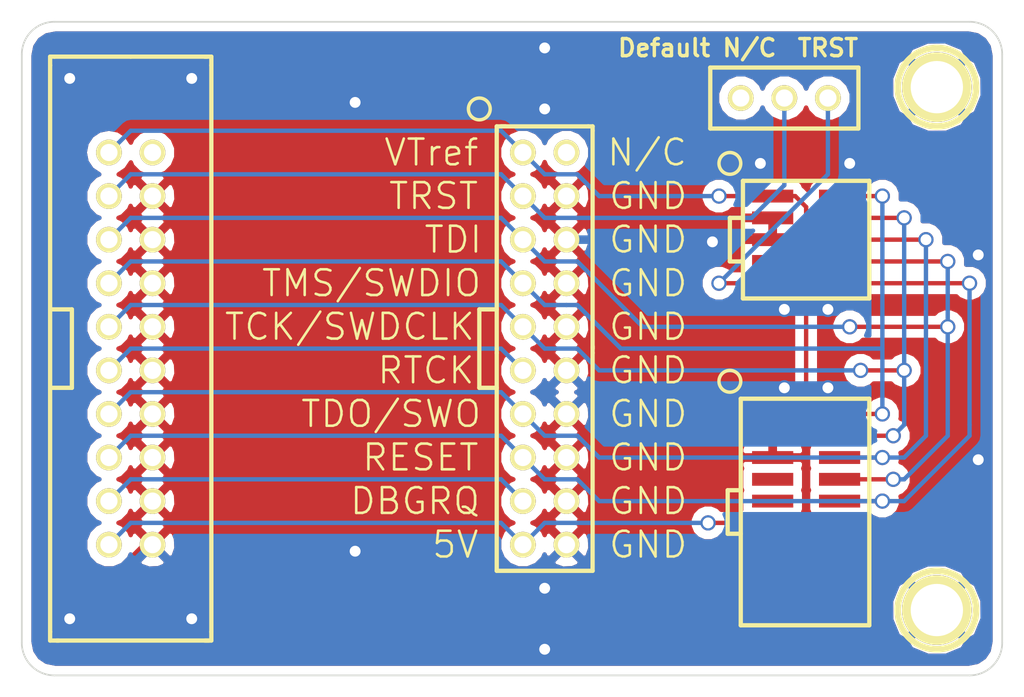
<source format=kicad_pcb>
(kicad_pcb (version 3) (host pcbnew "(2013-may-18)-stable")
  (layers (15 F.Cu signal) (0 B.Cu signal) (18 B.Paste user) (19 F.Paste user) (20 B.SilkS user) (21 F.SilkS user) (22 B.Mask user) (23 F.Mask user) (28 Edge.Cuts user))
  (net 0 "")
  (net 1 5V-Supply)
  (net 2 DBGRQ)
  (net 3 GND)
  (net 4 KEY_Pin)
  (net 5 N-0000012)
  (net 6 RESET)
  (net 7 RTCK)
  (net 8 TCK/SWDCLK)
  (net 9 TDI)
  (net 10 TDO/SWO)
  (net 11 TMS/SWDIO)
  (net 12 TRST)
  (net 13 VTref)
  (module 3P_Jumper (layer F.Cu) (at 104.14 41.275 270)
    (fp_text reference Jumper1 hide)
    (fp_text value CONN_3 hide)
    (fp_line (start 1.778 -2.54) (end 1.778 4.318) (layer F.SilkS) (width 0.25))
    (fp_line (start 1.778 4.318) (end -1.778 4.318) (layer F.SilkS) (width 0.25))
    (fp_line (start -1.778 4.318) (end -1.778 -4.318) (layer F.SilkS) (width 0.25))
    (fp_line (start -1.778 -4.318) (end 1.778 -4.318) (layer F.SilkS) (width 0.25))
    (fp_line (start 1.778 -4.318) (end 1.778 -2.54) (layer F.SilkS) (width 0.25))
    (pad 1 thru_hole circle (at 0 -2.54 270) (size 1.5 1.5) (drill 1) (layers *.Cu *.Mask F.SilkS) (net 5 N-0000012))
    (pad 2 thru_hole circle (at 0 0 270) (size 1.5 1.5) (drill 1) (layers *.Cu *.Mask F.SilkS) (net 12 TRST))
    (pad 3 thru_hole circle (at 0 2.54 270) (size 1.5 1.5) (drill 1) (layers *.Cu *.Mask F.SilkS))
  )
  (module 2x5_9P_50mil_smd (layer F.Cu) (at 105.41 49.53)
    (fp_text reference U2 hide)
    (fp_text value CONN_5X2 hide)
    (fp_line (start -3.81 -1.27) (end -4.445 -1.27) (layer F.SilkS) (width 0.25))
    (fp_line (start -4.445 -1.27) (end -4.445 1.27) (layer F.SilkS) (width 0.25))
    (fp_line (start -4.445 1.27) (end -3.81 1.27) (layer F.SilkS) (width 0.25))
    (fp_line (start 3.683 3.429) (end -3.683 3.429) (layer F.SilkS) (width 0.25))
    (fp_line (start 3.683 -3.429) (end -3.683 -3.429) (layer F.SilkS) (width 0.25))
    (fp_line (start -3.683 3.429) (end -3.683 -3.429) (layer F.SilkS) (width 0.25))
    (fp_line (start 3.683 -3.429) (end 3.683 3.429) (layer F.SilkS) (width 0.25))
    (pad 1 smd rect (at -1.95 -2.54) (size 2.4 0.75) (layers F.Cu F.Paste F.Mask) (net 13 VTref))
    (pad 2 smd rect (at 1.95 -2.54) (size 2.4 0.75) (layers F.Cu F.Paste F.Mask) (net 11 TMS/SWDIO))
    (pad 3 smd rect (at -1.95 -1.27) (size 2.4 0.75) (layers F.Cu F.Paste F.Mask) (net 3 GND))
    (pad 4 smd rect (at 1.95 -1.27) (size 2.4 0.75) (layers F.Cu F.Paste F.Mask) (net 8 TCK/SWDCLK))
    (pad 5 smd rect (at -1.95 0) (size 2.4 0.75) (layers F.Cu F.Paste F.Mask) (net 3 GND))
    (pad 6 smd rect (at 1.95 0) (size 2.4 0.75) (layers F.Cu F.Paste F.Mask) (net 10 TDO/SWO))
    (pad 7 smd rect (at -1.95 1.27) (size 2.4 0.75) (layers F.Cu F.Paste F.Mask) (net 4 KEY_Pin))
    (pad 8 smd rect (at 1.95 1.27) (size 2.4 0.75) (layers F.Cu F.Paste F.Mask) (net 9 TDI))
    (pad 9 smd rect (at -1.95 2.54) (size 2.4 0.75) (layers F.Cu F.Paste F.Mask) (net 5 N-0000012))
    (pad 10 smd rect (at 1.95 2.54) (size 2.4 0.75) (layers F.Cu F.Paste F.Mask) (net 6 RESET))
  )
  (module 2x10_JTAG_SWD_labeled (layer F.Cu) (at 90.17 55.88)
    (fp_text reference U5 hide)
    (fp_text value CONN_10X2 hide)
    (fp_line (start -2.794 -2.286) (end -3.81 -2.286) (layer F.SilkS) (width 0.25))
    (fp_line (start -3.81 -2.286) (end -3.81 2.286) (layer F.SilkS) (width 0.25))
    (fp_line (start -3.81 2.286) (end -2.794 2.286) (layer F.SilkS) (width 0.25))
    (fp_text user GND (at 6.0325 8.89) (layer F.SilkS) (effects (font (size 1.5 1.5))))
    (fp_text user GND (at 6.0325 6.35) (layer F.SilkS) (effects (font (size 1.5 1.5))))
    (fp_text user GND (at 6.0325 3.81) (layer F.SilkS) (effects (font (size 1.5 1.5))))
    (fp_text user GND (at 6.0325 11.43) (layer F.SilkS) (effects (font (size 1.5 1.5))))
    (fp_text user GND (at 6.0325 -1.27) (layer F.SilkS) (effects (font (size 1.5 1.5))))
    (fp_text user GND (at 6.0325 -3.81) (layer F.SilkS) (effects (font (size 1.5 1.5))))
    (fp_text user GND (at 6.0325 -6.35) (layer F.SilkS) (effects (font (size 1.5 1.5))))
    (fp_text user GND (at 6.0325 -8.89) (layer F.SilkS) (effects (font (size 1.5 1.5))))
    (fp_text user GND (at 6.0325 1.27) (layer F.SilkS) (effects (font (size 1.5 1.5))))
    (fp_text user N/C (at 5.969 -11.43) (layer F.SilkS) (effects (font (size 1.5 1.5))))
    (fp_text user 5V (at -5.207 11.43) (layer F.SilkS) (effects (font (size 1.5 1.5))))
    (fp_text user DBGRQ (at -7.5565 8.89) (layer F.SilkS) (effects (font (size 1.5 1.5))))
    (fp_text user RESET (at -7.239 6.35) (layer F.SilkS) (effects (font (size 1.5 1.5))))
    (fp_text user TDO/SWO (at -8.9535 3.81) (layer F.SilkS) (effects (font (size 1.5 1.5))))
    (fp_text user RTCK (at -6.9215 1.27) (layer F.SilkS) (effects (font (size 1.5 1.5))))
    (fp_text user TCK/SWDCLK (at -11.3665 -1.27) (layer F.SilkS) (effects (font (size 1.5 1.5))))
    (fp_text user TMS/SWDIO (at -10.0965 -3.81) (layer F.SilkS) (effects (font (size 1.5 1.5))))
    (fp_text user TDI (at -5.334 -6.35) (layer F.SilkS) (effects (font (size 1.5 1.5))))
    (fp_text user TRST (at -6.477 -8.89) (layer F.SilkS) (effects (font (size 1.5 1.5))))
    (fp_text user VTref (at -6.604 -11.43) (layer F.SilkS) (effects (font (size 1.5 1.5))))
    (fp_line (start 2.794 12.954) (end -2.794 12.954) (layer F.SilkS) (width 0.25))
    (fp_line (start 2.794 0.254) (end 2.794 12.954) (layer F.SilkS) (width 0.25))
    (fp_line (start -2.794 0.254) (end -2.794 12.954) (layer F.SilkS) (width 0.25))
    (fp_line (start -2.794 -12.7) (end -2.794 -12.954) (layer F.SilkS) (width 0.25))
    (fp_line (start -2.794 -12.954) (end -2.286 -12.954) (layer F.SilkS) (width 0.25))
    (fp_line (start 2.54 -12.954) (end 2.794 -12.954) (layer F.SilkS) (width 0.25))
    (fp_line (start 2.794 -12.954) (end 2.794 -12.7) (layer F.SilkS) (width 0.25))
    (fp_line (start 2.794 0.254) (end 2.794 -0.127) (layer F.SilkS) (width 0.25))
    (fp_line (start -2.794 0) (end -2.794 0.254) (layer F.SilkS) (width 0.25))
    (fp_line (start 2.794 0) (end 2.794 -12.7) (layer F.SilkS) (width 0.25))
    (fp_line (start 2.54 -12.954) (end -2.54 -12.954) (layer F.SilkS) (width 0.25))
    (fp_line (start -2.794 -12.7) (end -2.794 0) (layer F.SilkS) (width 0.25))
    (pad 1 thru_hole circle (at -1.27 -11.43 270) (size 1.5 1.5) (drill 1) (layers *.Cu *.Mask F.SilkS) (net 13 VTref))
    (pad 2 thru_hole circle (at 1.27 -11.43 270) (size 1.5 1.5) (drill 1) (layers *.Cu *.Mask F.SilkS))
    (pad 3 thru_hole circle (at -1.27 -8.89 270) (size 1.5 1.5) (drill 1) (layers *.Cu *.Mask F.SilkS) (net 12 TRST))
    (pad 4 thru_hole circle (at 1.27 -8.89 270) (size 1.5 1.5) (drill 1) (layers *.Cu *.Mask F.SilkS) (net 3 GND))
    (pad 5 thru_hole circle (at -1.27 -6.35 270) (size 1.5 1.5) (drill 1) (layers *.Cu *.Mask F.SilkS) (net 9 TDI))
    (pad 6 thru_hole circle (at 1.27 -6.35 270) (size 1.5 1.5) (drill 1) (layers *.Cu *.Mask F.SilkS) (net 3 GND))
    (pad 7 thru_hole circle (at -1.27 -3.81 270) (size 1.5 1.5) (drill 1) (layers *.Cu *.Mask F.SilkS) (net 11 TMS/SWDIO))
    (pad 8 thru_hole circle (at 1.27 -3.81 270) (size 1.5 1.5) (drill 1) (layers *.Cu *.Mask F.SilkS) (net 3 GND))
    (pad 9 thru_hole circle (at -1.27 -1.27 270) (size 1.5 1.5) (drill 1) (layers *.Cu *.Mask F.SilkS) (net 8 TCK/SWDCLK))
    (pad 10 thru_hole circle (at 1.27 -1.27 270) (size 1.5 1.5) (drill 1) (layers *.Cu *.Mask F.SilkS) (net 3 GND))
    (pad 11 thru_hole circle (at -1.27 1.27 270) (size 1.5 1.5) (drill 1) (layers *.Cu *.Mask F.SilkS) (net 7 RTCK))
    (pad 12 thru_hole circle (at 1.27 1.27 270) (size 1.5 1.5) (drill 1) (layers *.Cu *.Mask F.SilkS) (net 3 GND))
    (pad 13 thru_hole circle (at -1.27 3.81 270) (size 1.5 1.5) (drill 1) (layers *.Cu *.Mask F.SilkS) (net 10 TDO/SWO))
    (pad 14 thru_hole circle (at 1.27 3.81 270) (size 1.5 1.5) (drill 1) (layers *.Cu *.Mask F.SilkS) (net 3 GND))
    (pad 15 thru_hole circle (at -1.27 6.35 270) (size 1.5 1.5) (drill 1) (layers *.Cu *.Mask F.SilkS) (net 6 RESET))
    (pad 16 thru_hole circle (at 1.27 6.35 270) (size 1.5 1.5) (drill 1) (layers *.Cu *.Mask F.SilkS) (net 3 GND))
    (pad 17 thru_hole circle (at -1.27 8.89 270) (size 1.5 1.5) (drill 1) (layers *.Cu *.Mask F.SilkS) (net 2 DBGRQ))
    (pad 18 thru_hole circle (at 1.27 8.89 270) (size 1.5 1.5) (drill 1) (layers *.Cu *.Mask F.SilkS) (net 3 GND))
    (pad 19 thru_hole circle (at -1.27 11.43 270) (size 1.5 1.5) (drill 1) (layers *.Cu *.Mask F.SilkS) (net 1 5V-Supply))
    (pad 20 thru_hole circle (at 1.27 11.43 270) (size 1.5 1.5) (drill 1) (layers *.Cu *.Mask F.SilkS) (net 3 GND))
  )
  (module 2x10_JTAG_shrouded (layer F.Cu) (at 66.04 55.88)
    (fp_text reference U3 hide)
    (fp_text value CONN_10X2 hide)
    (fp_line (start -4.699 -2.286) (end -3.429 -2.286) (layer F.SilkS) (width 0.25))
    (fp_line (start -3.429 -2.286) (end -3.429 2.286) (layer F.SilkS) (width 0.25))
    (fp_line (start -3.429 2.286) (end -4.699 2.286) (layer F.SilkS) (width 0.25))
    (fp_line (start -4.699 16.51) (end -4.699 17.018) (layer F.SilkS) (width 0.25))
    (fp_line (start -4.699 17.018) (end -4.191 17.018) (layer F.SilkS) (width 0.25))
    (fp_line (start 4.699 16.51) (end 4.699 17.018) (layer F.SilkS) (width 0.25))
    (fp_line (start 4.699 17.018) (end 4.318 17.018) (layer F.SilkS) (width 0.25))
    (fp_line (start -4.699 -16.51) (end -4.699 -17.018) (layer F.SilkS) (width 0.25))
    (fp_line (start -4.699 -17.018) (end -4.445 -17.018) (layer F.SilkS) (width 0.25))
    (fp_line (start 4.318 -17.018) (end 4.699 -17.018) (layer F.SilkS) (width 0.25))
    (fp_line (start 4.699 -17.018) (end 4.699 -16.51) (layer F.SilkS) (width 0.25))
    (fp_line (start 0 -17.018) (end 4.445 -17.018) (layer F.SilkS) (width 0.25))
    (fp_line (start 4.699 -16.51) (end 4.699 16.51) (layer F.SilkS) (width 0.25))
    (fp_line (start 4.572 17.018) (end -4.318 17.018) (layer F.SilkS) (width 0.25))
    (fp_line (start -4.699 16.51) (end -4.699 -16.51) (layer F.SilkS) (width 0.25))
    (fp_line (start -4.445 -17.018) (end 0 -17.018) (layer F.SilkS) (width 0.25))
    (pad 1 thru_hole oval (at -1.27 -11.43) (size 1.5 1.5) (drill 1) (layers *.Cu *.Mask F.SilkS) (net 13 VTref))
    (pad 2 thru_hole circle (at 1.27 -11.43 270) (size 1.5 1.5) (drill 1) (layers *.Cu *.Mask F.SilkS))
    (pad 3 thru_hole circle (at -1.27 -8.89 270) (size 1.5 1.5) (drill 1) (layers *.Cu *.Mask F.SilkS) (net 12 TRST))
    (pad 4 thru_hole circle (at 1.27 -8.89 270) (size 1.5 1.5) (drill 1) (layers *.Cu *.Mask F.SilkS) (net 3 GND))
    (pad 5 thru_hole circle (at -1.27 -6.35 270) (size 1.5 1.5) (drill 1) (layers *.Cu *.Mask F.SilkS) (net 9 TDI))
    (pad 6 thru_hole circle (at 1.27 -6.35 270) (size 1.5 1.5) (drill 1) (layers *.Cu *.Mask F.SilkS) (net 3 GND))
    (pad 7 thru_hole circle (at -1.27 -3.81 270) (size 1.5 1.5) (drill 1) (layers *.Cu *.Mask F.SilkS) (net 11 TMS/SWDIO))
    (pad 8 thru_hole circle (at 1.27 -3.81 270) (size 1.5 1.5) (drill 1) (layers *.Cu *.Mask F.SilkS) (net 3 GND))
    (pad 9 thru_hole circle (at -1.27 -1.27 270) (size 1.5 1.5) (drill 1) (layers *.Cu *.Mask F.SilkS) (net 8 TCK/SWDCLK))
    (pad 10 thru_hole circle (at 1.27 -1.27 270) (size 1.5 1.5) (drill 1) (layers *.Cu *.Mask F.SilkS) (net 3 GND))
    (pad 11 thru_hole circle (at -1.27 1.27 270) (size 1.5 1.5) (drill 1) (layers *.Cu *.Mask F.SilkS) (net 7 RTCK))
    (pad 12 thru_hole circle (at 1.27 1.27 270) (size 1.5 1.5) (drill 1) (layers *.Cu *.Mask F.SilkS) (net 3 GND))
    (pad 13 thru_hole circle (at -1.27 3.81 270) (size 1.5 1.5) (drill 1) (layers *.Cu *.Mask F.SilkS) (net 10 TDO/SWO))
    (pad 14 thru_hole circle (at 1.27 3.81 270) (size 1.5 1.5) (drill 1) (layers *.Cu *.Mask F.SilkS) (net 3 GND))
    (pad 15 thru_hole circle (at -1.27 6.35 270) (size 1.5 1.5) (drill 1) (layers *.Cu *.Mask F.SilkS) (net 6 RESET))
    (pad 16 thru_hole circle (at 1.27 6.35 270) (size 1.5 1.5) (drill 1) (layers *.Cu *.Mask F.SilkS) (net 3 GND))
    (pad 17 thru_hole circle (at -1.27 8.89 270) (size 1.5 1.5) (drill 1) (layers *.Cu *.Mask F.SilkS) (net 2 DBGRQ))
    (pad 18 thru_hole circle (at 1.27 8.89 270) (size 1.5 1.5) (drill 1) (layers *.Cu *.Mask F.SilkS) (net 3 GND))
    (pad 19 thru_hole circle (at -1.27 11.43 270) (size 1.5 1.5) (drill 1) (layers *.Cu *.Mask F.SilkS) (net 1 5V-Supply))
    (pad 20 thru_hole circle (at 1.27 11.43 270) (size 1.5 1.5) (drill 1) (layers *.Cu *.Mask F.SilkS) (net 3 GND))
  )
  (module 2x10_19P_50mil_smd (layer F.Cu) (at 105.41 65.405)
    (fp_text reference U4 hide)
    (fp_text value CONN_10X2 hide)
    (fp_line (start -3.81 -1.27) (end -4.572 -1.27) (layer F.SilkS) (width 0.25))
    (fp_line (start -4.572 -1.27) (end -4.572 1.27) (layer F.SilkS) (width 0.25))
    (fp_line (start -4.572 1.27) (end -3.81 1.27) (layer F.SilkS) (width 0.25))
    (fp_line (start 3.683 -6.604) (end 3.683 6.604) (layer F.SilkS) (width 0.25))
    (fp_line (start 3.683 6.604) (end -3.81 6.604) (layer F.SilkS) (width 0.25))
    (fp_line (start -3.81 6.604) (end -3.81 -6.604) (layer F.SilkS) (width 0.25))
    (fp_line (start -3.81 -6.604) (end 3.683 -6.604) (layer F.SilkS) (width 0.25))
    (pad 1 smd rect (at -1.95 -5.715) (size 2.4 0.75) (layers F.Cu F.Paste F.Mask) (net 13 VTref))
    (pad 2 smd rect (at 1.95 -5.715) (size 2.4 0.75) (layers F.Cu F.Paste F.Mask) (net 11 TMS/SWDIO))
    (pad 3 smd rect (at -1.95 -4.445) (size 2.4 0.75) (layers F.Cu F.Paste F.Mask) (net 3 GND))
    (pad 4 smd rect (at 1.95 -4.445) (size 2.4 0.75) (layers F.Cu F.Paste F.Mask) (net 8 TCK/SWDCLK))
    (pad 5 smd rect (at -1.95 -3.175) (size 2.4 0.75) (layers F.Cu F.Paste F.Mask) (net 3 GND))
    (pad 6 smd rect (at 1.95 -3.175) (size 2.4 0.75) (layers F.Cu F.Paste F.Mask) (net 10 TDO/SWO))
    (pad 7 smd rect (at -1.95 -1.905) (size 2.4 0.75) (layers F.Cu F.Paste F.Mask) (net 4 KEY_Pin))
    (pad 8 smd rect (at 1.95 -1.905) (size 2.4 0.75) (layers F.Cu F.Paste F.Mask) (net 9 TDI))
    (pad 9 smd rect (at -1.95 -0.635) (size 2.4 0.75) (layers F.Cu F.Paste F.Mask))
    (pad 10 smd rect (at 1.95 -0.635) (size 2.4 0.75) (layers F.Cu F.Paste F.Mask) (net 6 RESET))
    (pad 11 smd rect (at -1.95 0.635) (size 2.4 0.75) (layers F.Cu F.Paste F.Mask) (net 1 5V-Supply))
    (pad 12 smd rect (at 1.95 0.635) (size 2.4 0.75) (layers F.Cu F.Paste F.Mask))
    (pad 13 smd rect (at -1.95 1.905) (size 2.4 0.75) (layers F.Cu F.Paste F.Mask) (net 1 5V-Supply))
    (pad 14 smd rect (at 1.95 1.905) (size 2.4 0.75) (layers F.Cu F.Paste F.Mask))
    (pad 15 smd rect (at -1.95 3.175) (size 2.4 0.75) (layers F.Cu F.Paste F.Mask) (net 3 GND))
    (pad 16 smd rect (at 1.95 3.175) (size 2.4 0.75) (layers F.Cu F.Paste F.Mask))
    (pad 17 smd rect (at -1.95 4.445) (size 2.4 0.75) (layers F.Cu F.Paste F.Mask) (net 3 GND))
    (pad 18 smd rect (at 1.95 4.445) (size 2.4 0.75) (layers F.Cu F.Paste F.Mask))
    (pad 19 smd rect (at -1.95 5.715) (size 2.4 0.75) (layers F.Cu F.Paste F.Mask) (net 3 GND))
    (pad 20 smd rect (at 1.95 5.715) (size 2.4 0.75) (layers F.Cu F.Paste F.Mask))
  )
  (module 1pin (layer F.Cu) (at 113.03 40.64)
    (fp_text reference 1PIN hide)
    (fp_text value P*** hide)
    (fp_circle (center 0 0) (end 0 -2.286) (layer F.SilkS) (width 0.381))
    (pad 1 thru_hole circle (at 0 0) (size 4.064 4.064) (drill 3.048) (layers *.Cu *.Mask F.SilkS) (net 3 GND))
  )
  (module 1pin (layer F.Cu) (at 113.03 71.12)
    (fp_text reference 1PIN hide)
    (fp_text value P*** hide)
    (fp_circle (center 0 0) (end 0 -2.286) (layer F.SilkS) (width 0.381))
    (pad 1 thru_hole circle (at 0 0) (size 4.064 4.064) (drill 3.048) (layers *.Cu *.Mask F.SilkS) (net 3 GND))
  )
  (gr_text TRST (at 106.68 38.354) (layer F.SilkS) (effects (font (size 1 1) (thickness 0.2))))
  (gr_text "Default N/C" (at 99.06 38.354) (layer F.SilkS) (effects (font (size 1 1) (thickness 0.2))))
  (gr_circle (center 100.965 57.785) (end 101.6 57.785) (layer F.SilkS) (width 0.2))
  (gr_circle (center 100.965 45.085) (end 101.6 45.085) (layer F.SilkS) (width 0.2))
  (gr_circle (center 86.36 41.91) (end 86.995 41.91) (layer F.SilkS) (width 0.2))
  (gr_arc (start 114.935 73.025) (end 116.84 73.025) (angle 90) (layer Edge.Cuts) (width 0.1))
  (gr_line (start 116.84 38.735) (end 116.84 73.025) (angle 90) (layer Edge.Cuts) (width 0.1))
  (gr_line (start 61.595 36.83) (end 114.935 36.83) (angle 90) (layer Edge.Cuts) (width 0.1))
  (gr_line (start 114.935 74.93) (end 61.595 74.93) (angle 90) (layer Edge.Cuts) (width 0.1))
  (gr_arc (start 114.935 38.735) (end 114.935 36.83) (angle 90) (layer Edge.Cuts) (width 0.1))
  (gr_line (start 59.69 38.735) (end 59.69 73.025) (angle 90) (layer Edge.Cuts) (width 0.1))
  (gr_arc (start 61.595 73.025) (end 61.595 74.93) (angle 90) (layer Edge.Cuts) (width 0.1))
  (gr_arc (start 61.595 38.735) (end 59.69 38.735) (angle 90) (layer Edge.Cuts) (width 0.1))
  (segment (start 103.46 66.04) (end 103.46 67.31) (width 0.254) (layer F.Cu) (net 1))
  (segment (start 88.9 67.31) (end 90.17 66.04) (width 0.254) (layer B.Cu) (net 1))
  (segment (start 99.695 66.04) (end 103.46 66.04) (width 0.254) (layer F.Cu) (net 1))
  (via (at 99.695 66.04) (size 0.889) (layers F.Cu B.Cu) (net 1))
  (segment (start 90.17 66.04) (end 99.695 66.04) (width 0.254) (layer B.Cu) (net 1))
  (segment (start 64.77 67.31) (end 66.04 66.04) (width 0.254) (layer B.Cu) (net 1))
  (segment (start 87.63 66.04) (end 88.9 67.31) (width 0.254) (layer B.Cu) (net 1))
  (segment (start 66.04 66.04) (end 87.63 66.04) (width 0.254) (layer B.Cu) (net 1))
  (segment (start 64.77 64.77) (end 66.04 63.5) (width 0.254) (layer B.Cu) (net 2))
  (segment (start 87.63 63.5) (end 88.9 64.77) (width 0.254) (layer B.Cu) (net 2))
  (segment (start 66.04 63.5) (end 87.63 63.5) (width 0.254) (layer B.Cu) (net 2))
  (segment (start 79.121 42.037) (end 79.121 41.529) (width 0.5) (layer F.Cu) (net 3))
  (via (at 79.121 41.529) (size 0.889) (layers F.Cu B.Cu) (net 3))
  (segment (start 79.121 67.437) (end 79.121 67.691) (width 0.5) (layer B.Cu) (net 3))
  (via (at 79.121 67.691) (size 0.889) (layers F.Cu B.Cu) (net 3))
  (segment (start 115.062 50.038) (end 115.443 50.419) (width 0.5) (layer F.Cu) (net 3))
  (via (at 115.443 50.419) (size 0.889) (layers F.Cu B.Cu) (net 3))
  (segment (start 115.697 61.976) (end 115.697 62.103) (width 0.5) (layer B.Cu) (net 3))
  (segment (start 115.697 62.103) (end 115.443 62.357) (width 0.5) (layer B.Cu) (net 3))
  (via (at 115.443 62.357) (size 0.889) (layers F.Cu B.Cu) (net 3))
  (via (at 104.14 53.594) (size 0.889) (layers F.Cu B.Cu) (net 3))
  (segment (start 104.267 58.166) (end 104.14 58.166) (width 0.5) (layer B.Cu) (net 3))
  (via (at 104.14 58.166) (size 0.889) (layers F.Cu B.Cu) (net 3))
  (via (at 107.95 45.085) (size 0.889) (layers F.Cu B.Cu) (net 3))
  (via (at 99.949 49.657) (size 0.889) (layers F.Cu B.Cu) (net 3))
  (via (at 102.743 45.085) (size 0.889) (layers F.Cu B.Cu) (net 3))
  (via (at 106.68 58.166) (size 0.889) (layers F.Cu B.Cu) (net 3))
  (segment (start 106.68 53.34) (end 106.68 53.594) (width 0.5) (layer B.Cu) (net 3))
  (via (at 106.68 53.594) (size 0.889) (layers F.Cu B.Cu) (net 3))
  (segment (start 91.44 49.53) (end 93.472 49.53) (width 0.5) (layer B.Cu) (net 3))
  (via (at 90.17 69.85) (size 0.889) (layers F.Cu B.Cu) (net 3))
  (segment (start 90.17 69.85) (end 90.17 73.406) (width 0.254) (layer F.Cu) (net 3))
  (via (at 90.17 73.406) (size 0.889) (layers F.Cu B.Cu) (net 3))
  (via (at 90.17 41.91) (size 0.889) (layers F.Cu B.Cu) (net 3))
  (segment (start 90.17 41.91) (end 90.17 38.354) (width 0.254) (layer F.Cu) (net 3))
  (via (at 90.17 38.354) (size 0.889) (layers F.Cu B.Cu) (net 3))
  (via (at 62.484 40.132) (size 0.889) (layers F.Cu B.Cu) (net 3))
  (segment (start 62.484 40.132) (end 69.596 40.132) (width 0.254) (layer F.Cu) (net 3))
  (via (at 69.596 40.132) (size 0.889) (layers F.Cu B.Cu) (net 3))
  (segment (start 67.31 67.31) (end 66.802 67.31) (width 0.254) (layer F.Cu) (net 3))
  (segment (start 66.802 67.31) (end 62.484 71.628) (width 0.254) (layer F.Cu) (net 3))
  (via (at 62.484 71.628) (size 0.889) (layers F.Cu B.Cu) (net 3))
  (segment (start 62.484 71.628) (end 69.596 71.628) (width 0.254) (layer B.Cu) (net 3))
  (via (at 69.596 71.628) (size 0.889) (layers F.Cu B.Cu) (net 3))
  (segment (start 104.775 47.625) (end 106.68 45.72) (width 0.254) (layer B.Cu) (net 5))
  (segment (start 106.68 45.72) (end 106.68 41.275) (width 0.254) (layer B.Cu) (net 5))
  (segment (start 104.775 47.625) (end 100.33 52.07) (width 0.254) (layer B.Cu) (net 5))
  (segment (start 100.33 52.07) (end 103.46 52.07) (width 0.254) (layer F.Cu) (net 5))
  (via (at 100.33 52.07) (size 0.889) (layers F.Cu B.Cu) (net 5))
  (segment (start 107.36 52.07) (end 114.935 52.07) (width 0.254) (layer F.Cu) (net 6))
  (segment (start 111.125 64.77) (end 109.855 64.77) (width 0.254) (layer B.Cu) (net 6))
  (segment (start 114.935 60.96) (end 111.125 64.77) (width 0.254) (layer B.Cu) (net 6))
  (segment (start 114.935 60.325) (end 114.935 60.96) (width 0.254) (layer B.Cu) (net 6))
  (segment (start 114.935 52.07) (end 114.935 60.325) (width 0.254) (layer B.Cu) (net 6))
  (via (at 114.935 52.07) (size 0.889) (layers F.Cu B.Cu) (net 6))
  (segment (start 88.9 62.23) (end 90.17 63.5) (width 0.254) (layer B.Cu) (net 6))
  (segment (start 93.345 64.77) (end 109.855 64.77) (width 0.254) (layer B.Cu) (net 6))
  (segment (start 92.075 63.5) (end 93.345 64.77) (width 0.254) (layer B.Cu) (net 6))
  (segment (start 90.17 63.5) (end 92.075 63.5) (width 0.254) (layer B.Cu) (net 6))
  (segment (start 109.855 64.77) (end 107.36 64.77) (width 0.254) (layer F.Cu) (net 6))
  (via (at 109.855 64.77) (size 0.889) (layers F.Cu B.Cu) (net 6))
  (segment (start 64.77 62.23) (end 66.04 60.96) (width 0.254) (layer B.Cu) (net 6))
  (segment (start 87.63 60.96) (end 88.9 62.23) (width 0.254) (layer B.Cu) (net 6))
  (segment (start 66.04 60.96) (end 87.63 60.96) (width 0.254) (layer B.Cu) (net 6))
  (segment (start 64.77 57.15) (end 66.04 55.88) (width 0.254) (layer B.Cu) (net 7))
  (segment (start 87.63 55.88) (end 88.9 57.15) (width 0.254) (layer B.Cu) (net 7))
  (segment (start 66.04 55.88) (end 87.63 55.88) (width 0.254) (layer B.Cu) (net 7))
  (segment (start 90.17 55.88) (end 92.075 55.88) (width 0.254) (layer B.Cu) (net 8))
  (segment (start 92.075 55.88) (end 93.345 57.15) (width 0.254) (layer B.Cu) (net 8))
  (segment (start 93.345 57.15) (end 93.98 57.15) (width 0.254) (layer B.Cu) (net 8))
  (segment (start 111.125 59.055) (end 111.125 60.325) (width 0.254) (layer B.Cu) (net 8))
  (via (at 110.49 60.96) (size 0.889) (layers F.Cu B.Cu) (net 8))
  (segment (start 111.125 60.325) (end 110.49 60.96) (width 0.254) (layer B.Cu) (net 8))
  (via (at 111.125 57.15) (size 0.889) (layers F.Cu B.Cu) (net 8))
  (segment (start 108.585 57.15) (end 111.125 57.15) (width 0.254) (layer F.Cu) (net 8))
  (via (at 108.585 57.15) (size 0.889) (layers F.Cu B.Cu) (net 8))
  (segment (start 93.98 57.15) (end 108.585 57.15) (width 0.254) (layer B.Cu) (net 8))
  (segment (start 88.9 54.61) (end 90.17 55.88) (width 0.254) (layer B.Cu) (net 8))
  (segment (start 107.36 60.96) (end 110.49 60.96) (width 0.254) (layer F.Cu) (net 8))
  (segment (start 111.125 59.055) (end 111.125 57.15) (width 0.254) (layer B.Cu) (net 8))
  (segment (start 111.125 57.15) (end 111.125 55.88) (width 0.254) (layer B.Cu) (net 8))
  (segment (start 111.125 48.26) (end 107.36 48.26) (width 0.254) (layer F.Cu) (net 8))
  (via (at 111.125 48.26) (size 0.889) (layers F.Cu B.Cu) (net 8))
  (segment (start 111.125 55.88) (end 111.125 48.26) (width 0.254) (layer B.Cu) (net 8))
  (segment (start 64.77 54.61) (end 66.04 53.34) (width 0.254) (layer B.Cu) (net 8))
  (segment (start 87.63 53.34) (end 88.9 54.61) (width 0.254) (layer B.Cu) (net 8))
  (segment (start 66.04 53.34) (end 87.63 53.34) (width 0.254) (layer B.Cu) (net 8))
  (segment (start 113.665 59.69) (end 113.665 60.96) (width 0.254) (layer B.Cu) (net 9))
  (segment (start 113.665 60.96) (end 111.125 63.5) (width 0.254) (layer B.Cu) (net 9))
  (segment (start 113.665 54.61) (end 113.665 59.69) (width 0.254) (layer B.Cu) (net 9))
  (via (at 110.49 63.5) (size 0.889) (layers F.Cu B.Cu) (net 9))
  (segment (start 111.125 63.5) (end 110.49 63.5) (width 0.254) (layer B.Cu) (net 9))
  (segment (start 88.9 49.53) (end 90.17 50.8) (width 0.254) (layer B.Cu) (net 9))
  (via (at 113.665 54.61) (size 0.889) (layers F.Cu B.Cu) (net 9))
  (segment (start 107.95 54.61) (end 113.665 54.61) (width 0.254) (layer F.Cu) (net 9))
  (via (at 107.95 54.61) (size 0.889) (layers F.Cu B.Cu) (net 9))
  (segment (start 95.885 54.61) (end 107.95 54.61) (width 0.254) (layer B.Cu) (net 9))
  (segment (start 92.075 50.8) (end 95.885 54.61) (width 0.254) (layer B.Cu) (net 9))
  (segment (start 90.17 50.8) (end 92.075 50.8) (width 0.254) (layer B.Cu) (net 9))
  (segment (start 107.36 63.5) (end 110.49 63.5) (width 0.254) (layer F.Cu) (net 9))
  (segment (start 113.665 50.8) (end 107.36 50.8) (width 0.254) (layer F.Cu) (net 9))
  (segment (start 113.665 54.61) (end 113.665 50.8) (width 0.254) (layer B.Cu) (net 9))
  (via (at 113.665 50.8) (size 0.889) (layers F.Cu B.Cu) (net 9))
  (segment (start 64.77 49.53) (end 66.04 48.26) (width 0.254) (layer B.Cu) (net 9))
  (segment (start 87.63 48.26) (end 88.9 49.53) (width 0.254) (layer B.Cu) (net 9))
  (segment (start 66.04 48.26) (end 87.63 48.26) (width 0.254) (layer B.Cu) (net 9))
  (segment (start 109.855 62.23) (end 93.345 62.23) (width 0.254) (layer B.Cu) (net 10))
  (segment (start 90.17 60.96) (end 88.9 59.69) (width 0.254) (layer B.Cu) (net 10))
  (segment (start 92.075 60.96) (end 90.17 60.96) (width 0.254) (layer B.Cu) (net 10))
  (segment (start 93.345 62.23) (end 92.075 60.96) (width 0.254) (layer B.Cu) (net 10))
  (segment (start 112.395 59.055) (end 112.395 60.96) (width 0.254) (layer B.Cu) (net 10))
  (via (at 109.855 62.23) (size 0.889) (layers F.Cu B.Cu) (net 10))
  (segment (start 111.125 62.23) (end 109.855 62.23) (width 0.254) (layer B.Cu) (net 10))
  (segment (start 112.395 60.96) (end 111.125 62.23) (width 0.254) (layer B.Cu) (net 10))
  (segment (start 107.36 62.23) (end 109.855 62.23) (width 0.254) (layer F.Cu) (net 10))
  (segment (start 112.395 49.53) (end 107.36 49.53) (width 0.254) (layer F.Cu) (net 10))
  (segment (start 112.395 59.055) (end 112.395 49.53) (width 0.254) (layer B.Cu) (net 10))
  (via (at 112.395 49.53) (size 0.889) (layers F.Cu B.Cu) (net 10))
  (segment (start 64.77 59.69) (end 66.04 58.42) (width 0.254) (layer B.Cu) (net 10))
  (segment (start 66.04 58.42) (end 87.63 58.42) (width 0.254) (layer B.Cu) (net 10))
  (segment (start 87.63 58.42) (end 88.9 59.69) (width 0.254) (layer B.Cu) (net 10))
  (segment (start 91.44 53.34) (end 92.075 53.34) (width 0.254) (layer B.Cu) (net 11))
  (segment (start 94.615 55.88) (end 96.52 55.88) (width 0.254) (layer B.Cu) (net 11))
  (segment (start 92.075 53.34) (end 94.615 55.88) (width 0.254) (layer B.Cu) (net 11))
  (segment (start 96.52 55.88) (end 109.855 55.88) (width 0.254) (layer B.Cu) (net 11))
  (segment (start 88.9 52.07) (end 90.17 53.34) (width 0.254) (layer B.Cu) (net 11))
  (segment (start 90.17 53.34) (end 91.44 53.34) (width 0.254) (layer B.Cu) (net 11))
  (segment (start 107.36 46.99) (end 109.855 46.99) (width 0.254) (layer F.Cu) (net 11))
  (via (at 109.855 46.99) (size 0.889) (layers F.Cu B.Cu) (net 11))
  (segment (start 109.855 46.99) (end 109.855 53.975) (width 0.254) (layer B.Cu) (net 11))
  (segment (start 109.855 59.69) (end 107.36 59.69) (width 0.254) (layer F.Cu) (net 11))
  (via (at 109.855 59.69) (size 0.889) (layers F.Cu B.Cu) (net 11))
  (segment (start 109.855 55.88) (end 109.855 59.69) (width 0.254) (layer B.Cu) (net 11))
  (segment (start 109.855 53.975) (end 109.855 55.88) (width 0.254) (layer B.Cu) (net 11))
  (segment (start 64.77 52.07) (end 66.04 50.8) (width 0.254) (layer B.Cu) (net 11))
  (segment (start 87.63 50.8) (end 88.9 52.07) (width 0.254) (layer B.Cu) (net 11))
  (segment (start 66.04 50.8) (end 87.63 50.8) (width 0.254) (layer B.Cu) (net 11))
  (segment (start 100.33 48.26) (end 102.235 48.26) (width 0.254) (layer B.Cu) (net 12))
  (segment (start 102.235 48.26) (end 104.14 46.355) (width 0.254) (layer B.Cu) (net 12))
  (segment (start 104.14 46.355) (end 104.14 41.275) (width 0.254) (layer B.Cu) (net 12))
  (segment (start 88.9 46.99) (end 90.17 48.26) (width 0.254) (layer B.Cu) (net 12))
  (segment (start 90.17 48.26) (end 100.33 48.26) (width 0.254) (layer B.Cu) (net 12))
  (segment (start 64.77 46.99) (end 66.04 45.72) (width 0.254) (layer B.Cu) (net 12))
  (segment (start 87.63 45.72) (end 88.9 46.99) (width 0.254) (layer B.Cu) (net 12))
  (segment (start 66.04 45.72) (end 87.63 45.72) (width 0.254) (layer B.Cu) (net 12))
  (segment (start 88.9 44.45) (end 90.17 45.72) (width 0.254) (layer B.Cu) (net 13))
  (segment (start 92.075 45.72) (end 93.345 46.99) (width 0.254) (layer B.Cu) (net 13))
  (segment (start 90.17 45.72) (end 92.075 45.72) (width 0.254) (layer B.Cu) (net 13))
  (segment (start 103.46 46.99) (end 100.33 46.99) (width 0.254) (layer F.Cu) (net 13))
  (segment (start 100.33 46.99) (end 93.345 46.99) (width 0.254) (layer B.Cu) (net 13))
  (via (at 100.33 46.99) (size 0.889) (layers F.Cu B.Cu) (net 13))
  (segment (start 103.46 46.99) (end 104.775 46.99) (width 0.254) (layer F.Cu) (net 13))
  (segment (start 104.775 59.69) (end 103.46 59.69) (width 0.254) (layer F.Cu) (net 13))
  (segment (start 105.41 59.055) (end 104.775 59.69) (width 0.254) (layer F.Cu) (net 13))
  (segment (start 105.41 47.625) (end 105.41 59.055) (width 0.254) (layer F.Cu) (net 13))
  (segment (start 104.775 46.99) (end 105.41 47.625) (width 0.254) (layer F.Cu) (net 13))
  (segment (start 64.77 44.45) (end 66.04 43.18) (width 0.254) (layer B.Cu) (net 13))
  (segment (start 66.04 43.18) (end 87.63 43.18) (width 0.254) (layer B.Cu) (net 13))
  (segment (start 87.63 43.18) (end 88.9 44.45) (width 0.254) (layer B.Cu) (net 13))
  (zone (net 3) (net_name GND) (layer F.Cu) (connect_pads (clearance 0.508)) (min_thickness 0.254) (fill (mode segment) (arc_segments 16) (thermal_gap 0.508) (thermal_bridge_width 0.508) (smoothing fillet))
    (polygon (pts (xy 59.055 36.83) (xy 59.055 75.565) (xy 117.475 75.565) (xy 117.475 36.195) (xy 59.055 36.195) (xy 59.055 36.83)))
  )
  (zone (net 3) (net_name GND) (layer B.Cu) (connect_pads (clearance 0.508)) (min_thickness 0.254) (fill (arc_segments 16) (thermal_gap 0.508) (thermal_bridge_width 0.508) (smoothing fillet))
    (polygon (pts (xy 118.11 76.2) (xy 58.42 76.2) (xy 58.42 35.56) (xy 118.11 35.56)))
  )
)
</source>
